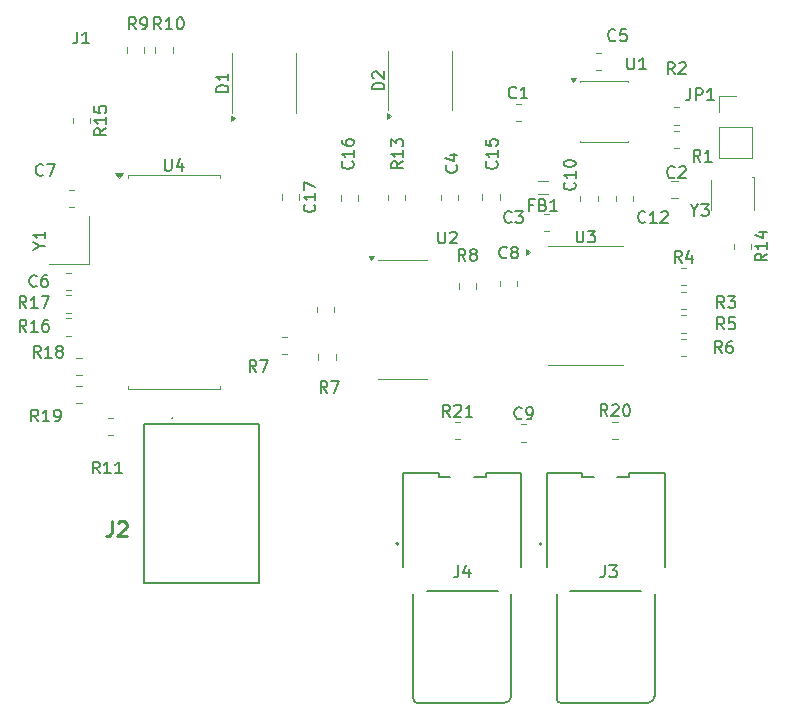
<source format=gbr>
G04 #@! TF.GenerationSoftware,KiCad,Pcbnew,9.0.6*
G04 #@! TF.CreationDate,2026-01-29T07:39:31-08:00*
G04 #@! TF.ProjectId,mutebox_hat_audio_in,6d757465-626f-4785-9f68-61745f617564,rev?*
G04 #@! TF.SameCoordinates,Original*
G04 #@! TF.FileFunction,Legend,Top*
G04 #@! TF.FilePolarity,Positive*
%FSLAX46Y46*%
G04 Gerber Fmt 4.6, Leading zero omitted, Abs format (unit mm)*
G04 Created by KiCad (PCBNEW 9.0.6) date 2026-01-29 07:39:31*
%MOMM*%
%LPD*%
G01*
G04 APERTURE LIST*
%ADD10C,0.150000*%
%ADD11C,0.254000*%
%ADD12C,0.120000*%
%ADD13C,0.127000*%
%ADD14C,0.200000*%
%ADD15C,0.100000*%
G04 APERTURE END LIST*
D10*
X132054819Y-56338094D02*
X131054819Y-56338094D01*
X131054819Y-56338094D02*
X131054819Y-56099999D01*
X131054819Y-56099999D02*
X131102438Y-55957142D01*
X131102438Y-55957142D02*
X131197676Y-55861904D01*
X131197676Y-55861904D02*
X131292914Y-55814285D01*
X131292914Y-55814285D02*
X131483390Y-55766666D01*
X131483390Y-55766666D02*
X131626247Y-55766666D01*
X131626247Y-55766666D02*
X131816723Y-55814285D01*
X131816723Y-55814285D02*
X131911961Y-55861904D01*
X131911961Y-55861904D02*
X132007200Y-55957142D01*
X132007200Y-55957142D02*
X132054819Y-56099999D01*
X132054819Y-56099999D02*
X132054819Y-56338094D01*
X131150057Y-55385713D02*
X131102438Y-55338094D01*
X131102438Y-55338094D02*
X131054819Y-55242856D01*
X131054819Y-55242856D02*
X131054819Y-55004761D01*
X131054819Y-55004761D02*
X131102438Y-54909523D01*
X131102438Y-54909523D02*
X131150057Y-54861904D01*
X131150057Y-54861904D02*
X131245295Y-54814285D01*
X131245295Y-54814285D02*
X131340533Y-54814285D01*
X131340533Y-54814285D02*
X131483390Y-54861904D01*
X131483390Y-54861904D02*
X132054819Y-55433332D01*
X132054819Y-55433332D02*
X132054819Y-54814285D01*
X158833333Y-62454819D02*
X158500000Y-61978628D01*
X158261905Y-62454819D02*
X158261905Y-61454819D01*
X158261905Y-61454819D02*
X158642857Y-61454819D01*
X158642857Y-61454819D02*
X158738095Y-61502438D01*
X158738095Y-61502438D02*
X158785714Y-61550057D01*
X158785714Y-61550057D02*
X158833333Y-61645295D01*
X158833333Y-61645295D02*
X158833333Y-61788152D01*
X158833333Y-61788152D02*
X158785714Y-61883390D01*
X158785714Y-61883390D02*
X158738095Y-61931009D01*
X158738095Y-61931009D02*
X158642857Y-61978628D01*
X158642857Y-61978628D02*
X158261905Y-61978628D01*
X159785714Y-62454819D02*
X159214286Y-62454819D01*
X159500000Y-62454819D02*
X159500000Y-61454819D01*
X159500000Y-61454819D02*
X159404762Y-61597676D01*
X159404762Y-61597676D02*
X159309524Y-61692914D01*
X159309524Y-61692914D02*
X159214286Y-61740533D01*
X144641666Y-66105633D02*
X144308333Y-66105633D01*
X144308333Y-66629443D02*
X144308333Y-65629443D01*
X144308333Y-65629443D02*
X144784523Y-65629443D01*
X145498809Y-66105633D02*
X145641666Y-66153252D01*
X145641666Y-66153252D02*
X145689285Y-66200871D01*
X145689285Y-66200871D02*
X145736904Y-66296109D01*
X145736904Y-66296109D02*
X145736904Y-66438966D01*
X145736904Y-66438966D02*
X145689285Y-66534204D01*
X145689285Y-66534204D02*
X145641666Y-66581824D01*
X145641666Y-66581824D02*
X145546428Y-66629443D01*
X145546428Y-66629443D02*
X145165476Y-66629443D01*
X145165476Y-66629443D02*
X145165476Y-65629443D01*
X145165476Y-65629443D02*
X145498809Y-65629443D01*
X145498809Y-65629443D02*
X145594047Y-65677062D01*
X145594047Y-65677062D02*
X145641666Y-65724681D01*
X145641666Y-65724681D02*
X145689285Y-65819919D01*
X145689285Y-65819919D02*
X145689285Y-65915157D01*
X145689285Y-65915157D02*
X145641666Y-66010395D01*
X145641666Y-66010395D02*
X145594047Y-66058014D01*
X145594047Y-66058014D02*
X145498809Y-66105633D01*
X145498809Y-66105633D02*
X145165476Y-66105633D01*
X146689285Y-66629443D02*
X146117857Y-66629443D01*
X146403571Y-66629443D02*
X146403571Y-65629443D01*
X146403571Y-65629443D02*
X146308333Y-65772300D01*
X146308333Y-65772300D02*
X146213095Y-65867538D01*
X146213095Y-65867538D02*
X146117857Y-65915157D01*
X113488095Y-62229819D02*
X113488095Y-63039342D01*
X113488095Y-63039342D02*
X113535714Y-63134580D01*
X113535714Y-63134580D02*
X113583333Y-63182200D01*
X113583333Y-63182200D02*
X113678571Y-63229819D01*
X113678571Y-63229819D02*
X113869047Y-63229819D01*
X113869047Y-63229819D02*
X113964285Y-63182200D01*
X113964285Y-63182200D02*
X114011904Y-63134580D01*
X114011904Y-63134580D02*
X114059523Y-63039342D01*
X114059523Y-63039342D02*
X114059523Y-62229819D01*
X114964285Y-62563152D02*
X114964285Y-63229819D01*
X114726190Y-62182200D02*
X114488095Y-62896485D01*
X114488095Y-62896485D02*
X115107142Y-62896485D01*
X142833333Y-67559580D02*
X142785714Y-67607200D01*
X142785714Y-67607200D02*
X142642857Y-67654819D01*
X142642857Y-67654819D02*
X142547619Y-67654819D01*
X142547619Y-67654819D02*
X142404762Y-67607200D01*
X142404762Y-67607200D02*
X142309524Y-67511961D01*
X142309524Y-67511961D02*
X142261905Y-67416723D01*
X142261905Y-67416723D02*
X142214286Y-67226247D01*
X142214286Y-67226247D02*
X142214286Y-67083390D01*
X142214286Y-67083390D02*
X142261905Y-66892914D01*
X142261905Y-66892914D02*
X142309524Y-66797676D01*
X142309524Y-66797676D02*
X142404762Y-66702438D01*
X142404762Y-66702438D02*
X142547619Y-66654819D01*
X142547619Y-66654819D02*
X142642857Y-66654819D01*
X142642857Y-66654819D02*
X142785714Y-66702438D01*
X142785714Y-66702438D02*
X142833333Y-66750057D01*
X143166667Y-66654819D02*
X143785714Y-66654819D01*
X143785714Y-66654819D02*
X143452381Y-67035771D01*
X143452381Y-67035771D02*
X143595238Y-67035771D01*
X143595238Y-67035771D02*
X143690476Y-67083390D01*
X143690476Y-67083390D02*
X143738095Y-67131009D01*
X143738095Y-67131009D02*
X143785714Y-67226247D01*
X143785714Y-67226247D02*
X143785714Y-67464342D01*
X143785714Y-67464342D02*
X143738095Y-67559580D01*
X143738095Y-67559580D02*
X143690476Y-67607200D01*
X143690476Y-67607200D02*
X143595238Y-67654819D01*
X143595238Y-67654819D02*
X143309524Y-67654819D01*
X143309524Y-67654819D02*
X143214286Y-67607200D01*
X143214286Y-67607200D02*
X143166667Y-67559580D01*
X154157142Y-67559580D02*
X154109523Y-67607200D01*
X154109523Y-67607200D02*
X153966666Y-67654819D01*
X153966666Y-67654819D02*
X153871428Y-67654819D01*
X153871428Y-67654819D02*
X153728571Y-67607200D01*
X153728571Y-67607200D02*
X153633333Y-67511961D01*
X153633333Y-67511961D02*
X153585714Y-67416723D01*
X153585714Y-67416723D02*
X153538095Y-67226247D01*
X153538095Y-67226247D02*
X153538095Y-67083390D01*
X153538095Y-67083390D02*
X153585714Y-66892914D01*
X153585714Y-66892914D02*
X153633333Y-66797676D01*
X153633333Y-66797676D02*
X153728571Y-66702438D01*
X153728571Y-66702438D02*
X153871428Y-66654819D01*
X153871428Y-66654819D02*
X153966666Y-66654819D01*
X153966666Y-66654819D02*
X154109523Y-66702438D01*
X154109523Y-66702438D02*
X154157142Y-66750057D01*
X155109523Y-67654819D02*
X154538095Y-67654819D01*
X154823809Y-67654819D02*
X154823809Y-66654819D01*
X154823809Y-66654819D02*
X154728571Y-66797676D01*
X154728571Y-66797676D02*
X154633333Y-66892914D01*
X154633333Y-66892914D02*
X154538095Y-66940533D01*
X155490476Y-66750057D02*
X155538095Y-66702438D01*
X155538095Y-66702438D02*
X155633333Y-66654819D01*
X155633333Y-66654819D02*
X155871428Y-66654819D01*
X155871428Y-66654819D02*
X155966666Y-66702438D01*
X155966666Y-66702438D02*
X156014285Y-66750057D01*
X156014285Y-66750057D02*
X156061904Y-66845295D01*
X156061904Y-66845295D02*
X156061904Y-66940533D01*
X156061904Y-66940533D02*
X156014285Y-67083390D01*
X156014285Y-67083390D02*
X155442857Y-67654819D01*
X155442857Y-67654819D02*
X156061904Y-67654819D01*
X133654819Y-62442857D02*
X133178628Y-62776190D01*
X133654819Y-63014285D02*
X132654819Y-63014285D01*
X132654819Y-63014285D02*
X132654819Y-62633333D01*
X132654819Y-62633333D02*
X132702438Y-62538095D01*
X132702438Y-62538095D02*
X132750057Y-62490476D01*
X132750057Y-62490476D02*
X132845295Y-62442857D01*
X132845295Y-62442857D02*
X132988152Y-62442857D01*
X132988152Y-62442857D02*
X133083390Y-62490476D01*
X133083390Y-62490476D02*
X133131009Y-62538095D01*
X133131009Y-62538095D02*
X133178628Y-62633333D01*
X133178628Y-62633333D02*
X133178628Y-63014285D01*
X133654819Y-61490476D02*
X133654819Y-62061904D01*
X133654819Y-61776190D02*
X132654819Y-61776190D01*
X132654819Y-61776190D02*
X132797676Y-61871428D01*
X132797676Y-61871428D02*
X132892914Y-61966666D01*
X132892914Y-61966666D02*
X132940533Y-62061904D01*
X132654819Y-61157142D02*
X132654819Y-60538095D01*
X132654819Y-60538095D02*
X133035771Y-60871428D01*
X133035771Y-60871428D02*
X133035771Y-60728571D01*
X133035771Y-60728571D02*
X133083390Y-60633333D01*
X133083390Y-60633333D02*
X133131009Y-60585714D01*
X133131009Y-60585714D02*
X133226247Y-60538095D01*
X133226247Y-60538095D02*
X133464342Y-60538095D01*
X133464342Y-60538095D02*
X133559580Y-60585714D01*
X133559580Y-60585714D02*
X133607200Y-60633333D01*
X133607200Y-60633333D02*
X133654819Y-60728571D01*
X133654819Y-60728571D02*
X133654819Y-61014285D01*
X133654819Y-61014285D02*
X133607200Y-61109523D01*
X133607200Y-61109523D02*
X133559580Y-61157142D01*
X150726060Y-96650617D02*
X150726060Y-97370488D01*
X150726060Y-97370488D02*
X150678068Y-97514462D01*
X150678068Y-97514462D02*
X150582086Y-97610445D01*
X150582086Y-97610445D02*
X150438111Y-97658436D01*
X150438111Y-97658436D02*
X150342129Y-97658436D01*
X151109991Y-96650617D02*
X151733879Y-96650617D01*
X151733879Y-96650617D02*
X151397939Y-97034548D01*
X151397939Y-97034548D02*
X151541913Y-97034548D01*
X151541913Y-97034548D02*
X151637896Y-97082539D01*
X151637896Y-97082539D02*
X151685887Y-97130531D01*
X151685887Y-97130531D02*
X151733879Y-97226513D01*
X151733879Y-97226513D02*
X151733879Y-97466470D01*
X151733879Y-97466470D02*
X151685887Y-97562453D01*
X151685887Y-97562453D02*
X151637896Y-97610445D01*
X151637896Y-97610445D02*
X151541913Y-97658436D01*
X151541913Y-97658436D02*
X151253965Y-97658436D01*
X151253965Y-97658436D02*
X151157982Y-97610445D01*
X151157982Y-97610445D02*
X151109991Y-97562453D01*
X160833333Y-74854819D02*
X160500000Y-74378628D01*
X160261905Y-74854819D02*
X160261905Y-73854819D01*
X160261905Y-73854819D02*
X160642857Y-73854819D01*
X160642857Y-73854819D02*
X160738095Y-73902438D01*
X160738095Y-73902438D02*
X160785714Y-73950057D01*
X160785714Y-73950057D02*
X160833333Y-74045295D01*
X160833333Y-74045295D02*
X160833333Y-74188152D01*
X160833333Y-74188152D02*
X160785714Y-74283390D01*
X160785714Y-74283390D02*
X160738095Y-74331009D01*
X160738095Y-74331009D02*
X160642857Y-74378628D01*
X160642857Y-74378628D02*
X160261905Y-74378628D01*
X161166667Y-73854819D02*
X161785714Y-73854819D01*
X161785714Y-73854819D02*
X161452381Y-74235771D01*
X161452381Y-74235771D02*
X161595238Y-74235771D01*
X161595238Y-74235771D02*
X161690476Y-74283390D01*
X161690476Y-74283390D02*
X161738095Y-74331009D01*
X161738095Y-74331009D02*
X161785714Y-74426247D01*
X161785714Y-74426247D02*
X161785714Y-74664342D01*
X161785714Y-74664342D02*
X161738095Y-74759580D01*
X161738095Y-74759580D02*
X161690476Y-74807200D01*
X161690476Y-74807200D02*
X161595238Y-74854819D01*
X161595238Y-74854819D02*
X161309524Y-74854819D01*
X161309524Y-74854819D02*
X161214286Y-74807200D01*
X161214286Y-74807200D02*
X161166667Y-74759580D01*
X138326060Y-96650617D02*
X138326060Y-97370488D01*
X138326060Y-97370488D02*
X138278068Y-97514462D01*
X138278068Y-97514462D02*
X138182086Y-97610445D01*
X138182086Y-97610445D02*
X138038111Y-97658436D01*
X138038111Y-97658436D02*
X137942129Y-97658436D01*
X139237896Y-96986557D02*
X139237896Y-97658436D01*
X138997939Y-96602626D02*
X138757982Y-97322496D01*
X138757982Y-97322496D02*
X139381870Y-97322496D01*
X101757142Y-74854819D02*
X101423809Y-74378628D01*
X101185714Y-74854819D02*
X101185714Y-73854819D01*
X101185714Y-73854819D02*
X101566666Y-73854819D01*
X101566666Y-73854819D02*
X101661904Y-73902438D01*
X101661904Y-73902438D02*
X101709523Y-73950057D01*
X101709523Y-73950057D02*
X101757142Y-74045295D01*
X101757142Y-74045295D02*
X101757142Y-74188152D01*
X101757142Y-74188152D02*
X101709523Y-74283390D01*
X101709523Y-74283390D02*
X101661904Y-74331009D01*
X101661904Y-74331009D02*
X101566666Y-74378628D01*
X101566666Y-74378628D02*
X101185714Y-74378628D01*
X102709523Y-74854819D02*
X102138095Y-74854819D01*
X102423809Y-74854819D02*
X102423809Y-73854819D01*
X102423809Y-73854819D02*
X102328571Y-73997676D01*
X102328571Y-73997676D02*
X102233333Y-74092914D01*
X102233333Y-74092914D02*
X102138095Y-74140533D01*
X103042857Y-73854819D02*
X103709523Y-73854819D01*
X103709523Y-73854819D02*
X103280952Y-74854819D01*
X143233333Y-57009580D02*
X143185714Y-57057200D01*
X143185714Y-57057200D02*
X143042857Y-57104819D01*
X143042857Y-57104819D02*
X142947619Y-57104819D01*
X142947619Y-57104819D02*
X142804762Y-57057200D01*
X142804762Y-57057200D02*
X142709524Y-56961961D01*
X142709524Y-56961961D02*
X142661905Y-56866723D01*
X142661905Y-56866723D02*
X142614286Y-56676247D01*
X142614286Y-56676247D02*
X142614286Y-56533390D01*
X142614286Y-56533390D02*
X142661905Y-56342914D01*
X142661905Y-56342914D02*
X142709524Y-56247676D01*
X142709524Y-56247676D02*
X142804762Y-56152438D01*
X142804762Y-56152438D02*
X142947619Y-56104819D01*
X142947619Y-56104819D02*
X143042857Y-56104819D01*
X143042857Y-56104819D02*
X143185714Y-56152438D01*
X143185714Y-56152438D02*
X143233333Y-56200057D01*
X144185714Y-57104819D02*
X143614286Y-57104819D01*
X143900000Y-57104819D02*
X143900000Y-56104819D01*
X143900000Y-56104819D02*
X143804762Y-56247676D01*
X143804762Y-56247676D02*
X143709524Y-56342914D01*
X143709524Y-56342914D02*
X143614286Y-56390533D01*
X141559580Y-62442857D02*
X141607200Y-62490476D01*
X141607200Y-62490476D02*
X141654819Y-62633333D01*
X141654819Y-62633333D02*
X141654819Y-62728571D01*
X141654819Y-62728571D02*
X141607200Y-62871428D01*
X141607200Y-62871428D02*
X141511961Y-62966666D01*
X141511961Y-62966666D02*
X141416723Y-63014285D01*
X141416723Y-63014285D02*
X141226247Y-63061904D01*
X141226247Y-63061904D02*
X141083390Y-63061904D01*
X141083390Y-63061904D02*
X140892914Y-63014285D01*
X140892914Y-63014285D02*
X140797676Y-62966666D01*
X140797676Y-62966666D02*
X140702438Y-62871428D01*
X140702438Y-62871428D02*
X140654819Y-62728571D01*
X140654819Y-62728571D02*
X140654819Y-62633333D01*
X140654819Y-62633333D02*
X140702438Y-62490476D01*
X140702438Y-62490476D02*
X140750057Y-62442857D01*
X141654819Y-61490476D02*
X141654819Y-62061904D01*
X141654819Y-61776190D02*
X140654819Y-61776190D01*
X140654819Y-61776190D02*
X140797676Y-61871428D01*
X140797676Y-61871428D02*
X140892914Y-61966666D01*
X140892914Y-61966666D02*
X140940533Y-62061904D01*
X140654819Y-60585714D02*
X140654819Y-61061904D01*
X140654819Y-61061904D02*
X141131009Y-61109523D01*
X141131009Y-61109523D02*
X141083390Y-61061904D01*
X141083390Y-61061904D02*
X141035771Y-60966666D01*
X141035771Y-60966666D02*
X141035771Y-60728571D01*
X141035771Y-60728571D02*
X141083390Y-60633333D01*
X141083390Y-60633333D02*
X141131009Y-60585714D01*
X141131009Y-60585714D02*
X141226247Y-60538095D01*
X141226247Y-60538095D02*
X141464342Y-60538095D01*
X141464342Y-60538095D02*
X141559580Y-60585714D01*
X141559580Y-60585714D02*
X141607200Y-60633333D01*
X141607200Y-60633333D02*
X141654819Y-60728571D01*
X141654819Y-60728571D02*
X141654819Y-60966666D01*
X141654819Y-60966666D02*
X141607200Y-61061904D01*
X141607200Y-61061904D02*
X141559580Y-61109523D01*
X108504819Y-59642857D02*
X108028628Y-59976190D01*
X108504819Y-60214285D02*
X107504819Y-60214285D01*
X107504819Y-60214285D02*
X107504819Y-59833333D01*
X107504819Y-59833333D02*
X107552438Y-59738095D01*
X107552438Y-59738095D02*
X107600057Y-59690476D01*
X107600057Y-59690476D02*
X107695295Y-59642857D01*
X107695295Y-59642857D02*
X107838152Y-59642857D01*
X107838152Y-59642857D02*
X107933390Y-59690476D01*
X107933390Y-59690476D02*
X107981009Y-59738095D01*
X107981009Y-59738095D02*
X108028628Y-59833333D01*
X108028628Y-59833333D02*
X108028628Y-60214285D01*
X108504819Y-58690476D02*
X108504819Y-59261904D01*
X108504819Y-58976190D02*
X107504819Y-58976190D01*
X107504819Y-58976190D02*
X107647676Y-59071428D01*
X107647676Y-59071428D02*
X107742914Y-59166666D01*
X107742914Y-59166666D02*
X107790533Y-59261904D01*
X107504819Y-57785714D02*
X107504819Y-58261904D01*
X107504819Y-58261904D02*
X107981009Y-58309523D01*
X107981009Y-58309523D02*
X107933390Y-58261904D01*
X107933390Y-58261904D02*
X107885771Y-58166666D01*
X107885771Y-58166666D02*
X107885771Y-57928571D01*
X107885771Y-57928571D02*
X107933390Y-57833333D01*
X107933390Y-57833333D02*
X107981009Y-57785714D01*
X107981009Y-57785714D02*
X108076247Y-57738095D01*
X108076247Y-57738095D02*
X108314342Y-57738095D01*
X108314342Y-57738095D02*
X108409580Y-57785714D01*
X108409580Y-57785714D02*
X108457200Y-57833333D01*
X108457200Y-57833333D02*
X108504819Y-57928571D01*
X108504819Y-57928571D02*
X108504819Y-58166666D01*
X108504819Y-58166666D02*
X108457200Y-58261904D01*
X108457200Y-58261904D02*
X108409580Y-58309523D01*
X137619142Y-84054819D02*
X137285809Y-83578628D01*
X137047714Y-84054819D02*
X137047714Y-83054819D01*
X137047714Y-83054819D02*
X137428666Y-83054819D01*
X137428666Y-83054819D02*
X137523904Y-83102438D01*
X137523904Y-83102438D02*
X137571523Y-83150057D01*
X137571523Y-83150057D02*
X137619142Y-83245295D01*
X137619142Y-83245295D02*
X137619142Y-83388152D01*
X137619142Y-83388152D02*
X137571523Y-83483390D01*
X137571523Y-83483390D02*
X137523904Y-83531009D01*
X137523904Y-83531009D02*
X137428666Y-83578628D01*
X137428666Y-83578628D02*
X137047714Y-83578628D01*
X138000095Y-83150057D02*
X138047714Y-83102438D01*
X138047714Y-83102438D02*
X138142952Y-83054819D01*
X138142952Y-83054819D02*
X138381047Y-83054819D01*
X138381047Y-83054819D02*
X138476285Y-83102438D01*
X138476285Y-83102438D02*
X138523904Y-83150057D01*
X138523904Y-83150057D02*
X138571523Y-83245295D01*
X138571523Y-83245295D02*
X138571523Y-83340533D01*
X138571523Y-83340533D02*
X138523904Y-83483390D01*
X138523904Y-83483390D02*
X137952476Y-84054819D01*
X137952476Y-84054819D02*
X138571523Y-84054819D01*
X139523904Y-84054819D02*
X138952476Y-84054819D01*
X139238190Y-84054819D02*
X139238190Y-83054819D01*
X139238190Y-83054819D02*
X139142952Y-83197676D01*
X139142952Y-83197676D02*
X139047714Y-83292914D01*
X139047714Y-83292914D02*
X138952476Y-83340533D01*
X160633333Y-78654819D02*
X160300000Y-78178628D01*
X160061905Y-78654819D02*
X160061905Y-77654819D01*
X160061905Y-77654819D02*
X160442857Y-77654819D01*
X160442857Y-77654819D02*
X160538095Y-77702438D01*
X160538095Y-77702438D02*
X160585714Y-77750057D01*
X160585714Y-77750057D02*
X160633333Y-77845295D01*
X160633333Y-77845295D02*
X160633333Y-77988152D01*
X160633333Y-77988152D02*
X160585714Y-78083390D01*
X160585714Y-78083390D02*
X160538095Y-78131009D01*
X160538095Y-78131009D02*
X160442857Y-78178628D01*
X160442857Y-78178628D02*
X160061905Y-78178628D01*
X161490476Y-77654819D02*
X161300000Y-77654819D01*
X161300000Y-77654819D02*
X161204762Y-77702438D01*
X161204762Y-77702438D02*
X161157143Y-77750057D01*
X161157143Y-77750057D02*
X161061905Y-77892914D01*
X161061905Y-77892914D02*
X161014286Y-78083390D01*
X161014286Y-78083390D02*
X161014286Y-78464342D01*
X161014286Y-78464342D02*
X161061905Y-78559580D01*
X161061905Y-78559580D02*
X161109524Y-78607200D01*
X161109524Y-78607200D02*
X161204762Y-78654819D01*
X161204762Y-78654819D02*
X161395238Y-78654819D01*
X161395238Y-78654819D02*
X161490476Y-78607200D01*
X161490476Y-78607200D02*
X161538095Y-78559580D01*
X161538095Y-78559580D02*
X161585714Y-78464342D01*
X161585714Y-78464342D02*
X161585714Y-78226247D01*
X161585714Y-78226247D02*
X161538095Y-78131009D01*
X161538095Y-78131009D02*
X161490476Y-78083390D01*
X161490476Y-78083390D02*
X161395238Y-78035771D01*
X161395238Y-78035771D02*
X161204762Y-78035771D01*
X161204762Y-78035771D02*
X161109524Y-78083390D01*
X161109524Y-78083390D02*
X161061905Y-78131009D01*
X161061905Y-78131009D02*
X161014286Y-78226247D01*
X138933333Y-70854819D02*
X138600000Y-70378628D01*
X138361905Y-70854819D02*
X138361905Y-69854819D01*
X138361905Y-69854819D02*
X138742857Y-69854819D01*
X138742857Y-69854819D02*
X138838095Y-69902438D01*
X138838095Y-69902438D02*
X138885714Y-69950057D01*
X138885714Y-69950057D02*
X138933333Y-70045295D01*
X138933333Y-70045295D02*
X138933333Y-70188152D01*
X138933333Y-70188152D02*
X138885714Y-70283390D01*
X138885714Y-70283390D02*
X138838095Y-70331009D01*
X138838095Y-70331009D02*
X138742857Y-70378628D01*
X138742857Y-70378628D02*
X138361905Y-70378628D01*
X139504762Y-70283390D02*
X139409524Y-70235771D01*
X139409524Y-70235771D02*
X139361905Y-70188152D01*
X139361905Y-70188152D02*
X139314286Y-70092914D01*
X139314286Y-70092914D02*
X139314286Y-70045295D01*
X139314286Y-70045295D02*
X139361905Y-69950057D01*
X139361905Y-69950057D02*
X139409524Y-69902438D01*
X139409524Y-69902438D02*
X139504762Y-69854819D01*
X139504762Y-69854819D02*
X139695238Y-69854819D01*
X139695238Y-69854819D02*
X139790476Y-69902438D01*
X139790476Y-69902438D02*
X139838095Y-69950057D01*
X139838095Y-69950057D02*
X139885714Y-70045295D01*
X139885714Y-70045295D02*
X139885714Y-70092914D01*
X139885714Y-70092914D02*
X139838095Y-70188152D01*
X139838095Y-70188152D02*
X139790476Y-70235771D01*
X139790476Y-70235771D02*
X139695238Y-70283390D01*
X139695238Y-70283390D02*
X139504762Y-70283390D01*
X139504762Y-70283390D02*
X139409524Y-70331009D01*
X139409524Y-70331009D02*
X139361905Y-70378628D01*
X139361905Y-70378628D02*
X139314286Y-70473866D01*
X139314286Y-70473866D02*
X139314286Y-70664342D01*
X139314286Y-70664342D02*
X139361905Y-70759580D01*
X139361905Y-70759580D02*
X139409524Y-70807200D01*
X139409524Y-70807200D02*
X139504762Y-70854819D01*
X139504762Y-70854819D02*
X139695238Y-70854819D01*
X139695238Y-70854819D02*
X139790476Y-70807200D01*
X139790476Y-70807200D02*
X139838095Y-70759580D01*
X139838095Y-70759580D02*
X139885714Y-70664342D01*
X139885714Y-70664342D02*
X139885714Y-70473866D01*
X139885714Y-70473866D02*
X139838095Y-70378628D01*
X139838095Y-70378628D02*
X139790476Y-70331009D01*
X139790476Y-70331009D02*
X139695238Y-70283390D01*
X143695333Y-84159580D02*
X143647714Y-84207200D01*
X143647714Y-84207200D02*
X143504857Y-84254819D01*
X143504857Y-84254819D02*
X143409619Y-84254819D01*
X143409619Y-84254819D02*
X143266762Y-84207200D01*
X143266762Y-84207200D02*
X143171524Y-84111961D01*
X143171524Y-84111961D02*
X143123905Y-84016723D01*
X143123905Y-84016723D02*
X143076286Y-83826247D01*
X143076286Y-83826247D02*
X143076286Y-83683390D01*
X143076286Y-83683390D02*
X143123905Y-83492914D01*
X143123905Y-83492914D02*
X143171524Y-83397676D01*
X143171524Y-83397676D02*
X143266762Y-83302438D01*
X143266762Y-83302438D02*
X143409619Y-83254819D01*
X143409619Y-83254819D02*
X143504857Y-83254819D01*
X143504857Y-83254819D02*
X143647714Y-83302438D01*
X143647714Y-83302438D02*
X143695333Y-83350057D01*
X144171524Y-84254819D02*
X144362000Y-84254819D01*
X144362000Y-84254819D02*
X144457238Y-84207200D01*
X144457238Y-84207200D02*
X144504857Y-84159580D01*
X144504857Y-84159580D02*
X144600095Y-84016723D01*
X144600095Y-84016723D02*
X144647714Y-83826247D01*
X144647714Y-83826247D02*
X144647714Y-83445295D01*
X144647714Y-83445295D02*
X144600095Y-83350057D01*
X144600095Y-83350057D02*
X144552476Y-83302438D01*
X144552476Y-83302438D02*
X144457238Y-83254819D01*
X144457238Y-83254819D02*
X144266762Y-83254819D01*
X144266762Y-83254819D02*
X144171524Y-83302438D01*
X144171524Y-83302438D02*
X144123905Y-83350057D01*
X144123905Y-83350057D02*
X144076286Y-83445295D01*
X144076286Y-83445295D02*
X144076286Y-83683390D01*
X144076286Y-83683390D02*
X144123905Y-83778628D01*
X144123905Y-83778628D02*
X144171524Y-83826247D01*
X144171524Y-83826247D02*
X144266762Y-83873866D01*
X144266762Y-83873866D02*
X144457238Y-83873866D01*
X144457238Y-83873866D02*
X144552476Y-83826247D01*
X144552476Y-83826247D02*
X144600095Y-83778628D01*
X144600095Y-83778628D02*
X144647714Y-83683390D01*
X127233333Y-82054819D02*
X126900000Y-81578628D01*
X126661905Y-82054819D02*
X126661905Y-81054819D01*
X126661905Y-81054819D02*
X127042857Y-81054819D01*
X127042857Y-81054819D02*
X127138095Y-81102438D01*
X127138095Y-81102438D02*
X127185714Y-81150057D01*
X127185714Y-81150057D02*
X127233333Y-81245295D01*
X127233333Y-81245295D02*
X127233333Y-81388152D01*
X127233333Y-81388152D02*
X127185714Y-81483390D01*
X127185714Y-81483390D02*
X127138095Y-81531009D01*
X127138095Y-81531009D02*
X127042857Y-81578628D01*
X127042857Y-81578628D02*
X126661905Y-81578628D01*
X127566667Y-81054819D02*
X128233333Y-81054819D01*
X128233333Y-81054819D02*
X127804762Y-82054819D01*
X158323809Y-66578628D02*
X158323809Y-67054819D01*
X157990476Y-66054819D02*
X158323809Y-66578628D01*
X158323809Y-66578628D02*
X158657142Y-66054819D01*
X158895238Y-66054819D02*
X159514285Y-66054819D01*
X159514285Y-66054819D02*
X159180952Y-66435771D01*
X159180952Y-66435771D02*
X159323809Y-66435771D01*
X159323809Y-66435771D02*
X159419047Y-66483390D01*
X159419047Y-66483390D02*
X159466666Y-66531009D01*
X159466666Y-66531009D02*
X159514285Y-66626247D01*
X159514285Y-66626247D02*
X159514285Y-66864342D01*
X159514285Y-66864342D02*
X159466666Y-66959580D01*
X159466666Y-66959580D02*
X159419047Y-67007200D01*
X159419047Y-67007200D02*
X159323809Y-67054819D01*
X159323809Y-67054819D02*
X159038095Y-67054819D01*
X159038095Y-67054819D02*
X158942857Y-67007200D01*
X158942857Y-67007200D02*
X158895238Y-66959580D01*
X152638095Y-53654819D02*
X152638095Y-54464342D01*
X152638095Y-54464342D02*
X152685714Y-54559580D01*
X152685714Y-54559580D02*
X152733333Y-54607200D01*
X152733333Y-54607200D02*
X152828571Y-54654819D01*
X152828571Y-54654819D02*
X153019047Y-54654819D01*
X153019047Y-54654819D02*
X153114285Y-54607200D01*
X153114285Y-54607200D02*
X153161904Y-54559580D01*
X153161904Y-54559580D02*
X153209523Y-54464342D01*
X153209523Y-54464342D02*
X153209523Y-53654819D01*
X154209523Y-54654819D02*
X153638095Y-54654819D01*
X153923809Y-54654819D02*
X153923809Y-53654819D01*
X153923809Y-53654819D02*
X153828571Y-53797676D01*
X153828571Y-53797676D02*
X153733333Y-53892914D01*
X153733333Y-53892914D02*
X153638095Y-53940533D01*
X157966666Y-56254819D02*
X157966666Y-56969104D01*
X157966666Y-56969104D02*
X157919047Y-57111961D01*
X157919047Y-57111961D02*
X157823809Y-57207200D01*
X157823809Y-57207200D02*
X157680952Y-57254819D01*
X157680952Y-57254819D02*
X157585714Y-57254819D01*
X158442857Y-57254819D02*
X158442857Y-56254819D01*
X158442857Y-56254819D02*
X158823809Y-56254819D01*
X158823809Y-56254819D02*
X158919047Y-56302438D01*
X158919047Y-56302438D02*
X158966666Y-56350057D01*
X158966666Y-56350057D02*
X159014285Y-56445295D01*
X159014285Y-56445295D02*
X159014285Y-56588152D01*
X159014285Y-56588152D02*
X158966666Y-56683390D01*
X158966666Y-56683390D02*
X158919047Y-56731009D01*
X158919047Y-56731009D02*
X158823809Y-56778628D01*
X158823809Y-56778628D02*
X158442857Y-56778628D01*
X159966666Y-57254819D02*
X159395238Y-57254819D01*
X159680952Y-57254819D02*
X159680952Y-56254819D01*
X159680952Y-56254819D02*
X159585714Y-56397676D01*
X159585714Y-56397676D02*
X159490476Y-56492914D01*
X159490476Y-56492914D02*
X159395238Y-56540533D01*
X102633333Y-72959580D02*
X102585714Y-73007200D01*
X102585714Y-73007200D02*
X102442857Y-73054819D01*
X102442857Y-73054819D02*
X102347619Y-73054819D01*
X102347619Y-73054819D02*
X102204762Y-73007200D01*
X102204762Y-73007200D02*
X102109524Y-72911961D01*
X102109524Y-72911961D02*
X102061905Y-72816723D01*
X102061905Y-72816723D02*
X102014286Y-72626247D01*
X102014286Y-72626247D02*
X102014286Y-72483390D01*
X102014286Y-72483390D02*
X102061905Y-72292914D01*
X102061905Y-72292914D02*
X102109524Y-72197676D01*
X102109524Y-72197676D02*
X102204762Y-72102438D01*
X102204762Y-72102438D02*
X102347619Y-72054819D01*
X102347619Y-72054819D02*
X102442857Y-72054819D01*
X102442857Y-72054819D02*
X102585714Y-72102438D01*
X102585714Y-72102438D02*
X102633333Y-72150057D01*
X103490476Y-72054819D02*
X103300000Y-72054819D01*
X103300000Y-72054819D02*
X103204762Y-72102438D01*
X103204762Y-72102438D02*
X103157143Y-72150057D01*
X103157143Y-72150057D02*
X103061905Y-72292914D01*
X103061905Y-72292914D02*
X103014286Y-72483390D01*
X103014286Y-72483390D02*
X103014286Y-72864342D01*
X103014286Y-72864342D02*
X103061905Y-72959580D01*
X103061905Y-72959580D02*
X103109524Y-73007200D01*
X103109524Y-73007200D02*
X103204762Y-73054819D01*
X103204762Y-73054819D02*
X103395238Y-73054819D01*
X103395238Y-73054819D02*
X103490476Y-73007200D01*
X103490476Y-73007200D02*
X103538095Y-72959580D01*
X103538095Y-72959580D02*
X103585714Y-72864342D01*
X103585714Y-72864342D02*
X103585714Y-72626247D01*
X103585714Y-72626247D02*
X103538095Y-72531009D01*
X103538095Y-72531009D02*
X103490476Y-72483390D01*
X103490476Y-72483390D02*
X103395238Y-72435771D01*
X103395238Y-72435771D02*
X103204762Y-72435771D01*
X103204762Y-72435771D02*
X103109524Y-72483390D01*
X103109524Y-72483390D02*
X103061905Y-72531009D01*
X103061905Y-72531009D02*
X103014286Y-72626247D01*
X103183333Y-63559580D02*
X103135714Y-63607200D01*
X103135714Y-63607200D02*
X102992857Y-63654819D01*
X102992857Y-63654819D02*
X102897619Y-63654819D01*
X102897619Y-63654819D02*
X102754762Y-63607200D01*
X102754762Y-63607200D02*
X102659524Y-63511961D01*
X102659524Y-63511961D02*
X102611905Y-63416723D01*
X102611905Y-63416723D02*
X102564286Y-63226247D01*
X102564286Y-63226247D02*
X102564286Y-63083390D01*
X102564286Y-63083390D02*
X102611905Y-62892914D01*
X102611905Y-62892914D02*
X102659524Y-62797676D01*
X102659524Y-62797676D02*
X102754762Y-62702438D01*
X102754762Y-62702438D02*
X102897619Y-62654819D01*
X102897619Y-62654819D02*
X102992857Y-62654819D01*
X102992857Y-62654819D02*
X103135714Y-62702438D01*
X103135714Y-62702438D02*
X103183333Y-62750057D01*
X103516667Y-62654819D02*
X104183333Y-62654819D01*
X104183333Y-62654819D02*
X103754762Y-63654819D01*
X111033333Y-51254819D02*
X110700000Y-50778628D01*
X110461905Y-51254819D02*
X110461905Y-50254819D01*
X110461905Y-50254819D02*
X110842857Y-50254819D01*
X110842857Y-50254819D02*
X110938095Y-50302438D01*
X110938095Y-50302438D02*
X110985714Y-50350057D01*
X110985714Y-50350057D02*
X111033333Y-50445295D01*
X111033333Y-50445295D02*
X111033333Y-50588152D01*
X111033333Y-50588152D02*
X110985714Y-50683390D01*
X110985714Y-50683390D02*
X110938095Y-50731009D01*
X110938095Y-50731009D02*
X110842857Y-50778628D01*
X110842857Y-50778628D02*
X110461905Y-50778628D01*
X111509524Y-51254819D02*
X111700000Y-51254819D01*
X111700000Y-51254819D02*
X111795238Y-51207200D01*
X111795238Y-51207200D02*
X111842857Y-51159580D01*
X111842857Y-51159580D02*
X111938095Y-51016723D01*
X111938095Y-51016723D02*
X111985714Y-50826247D01*
X111985714Y-50826247D02*
X111985714Y-50445295D01*
X111985714Y-50445295D02*
X111938095Y-50350057D01*
X111938095Y-50350057D02*
X111890476Y-50302438D01*
X111890476Y-50302438D02*
X111795238Y-50254819D01*
X111795238Y-50254819D02*
X111604762Y-50254819D01*
X111604762Y-50254819D02*
X111509524Y-50302438D01*
X111509524Y-50302438D02*
X111461905Y-50350057D01*
X111461905Y-50350057D02*
X111414286Y-50445295D01*
X111414286Y-50445295D02*
X111414286Y-50683390D01*
X111414286Y-50683390D02*
X111461905Y-50778628D01*
X111461905Y-50778628D02*
X111509524Y-50826247D01*
X111509524Y-50826247D02*
X111604762Y-50873866D01*
X111604762Y-50873866D02*
X111795238Y-50873866D01*
X111795238Y-50873866D02*
X111890476Y-50826247D01*
X111890476Y-50826247D02*
X111938095Y-50778628D01*
X111938095Y-50778628D02*
X111985714Y-50683390D01*
X102757142Y-84454819D02*
X102423809Y-83978628D01*
X102185714Y-84454819D02*
X102185714Y-83454819D01*
X102185714Y-83454819D02*
X102566666Y-83454819D01*
X102566666Y-83454819D02*
X102661904Y-83502438D01*
X102661904Y-83502438D02*
X102709523Y-83550057D01*
X102709523Y-83550057D02*
X102757142Y-83645295D01*
X102757142Y-83645295D02*
X102757142Y-83788152D01*
X102757142Y-83788152D02*
X102709523Y-83883390D01*
X102709523Y-83883390D02*
X102661904Y-83931009D01*
X102661904Y-83931009D02*
X102566666Y-83978628D01*
X102566666Y-83978628D02*
X102185714Y-83978628D01*
X103709523Y-84454819D02*
X103138095Y-84454819D01*
X103423809Y-84454819D02*
X103423809Y-83454819D01*
X103423809Y-83454819D02*
X103328571Y-83597676D01*
X103328571Y-83597676D02*
X103233333Y-83692914D01*
X103233333Y-83692914D02*
X103138095Y-83740533D01*
X104185714Y-84454819D02*
X104376190Y-84454819D01*
X104376190Y-84454819D02*
X104471428Y-84407200D01*
X104471428Y-84407200D02*
X104519047Y-84359580D01*
X104519047Y-84359580D02*
X104614285Y-84216723D01*
X104614285Y-84216723D02*
X104661904Y-84026247D01*
X104661904Y-84026247D02*
X104661904Y-83645295D01*
X104661904Y-83645295D02*
X104614285Y-83550057D01*
X104614285Y-83550057D02*
X104566666Y-83502438D01*
X104566666Y-83502438D02*
X104471428Y-83454819D01*
X104471428Y-83454819D02*
X104280952Y-83454819D01*
X104280952Y-83454819D02*
X104185714Y-83502438D01*
X104185714Y-83502438D02*
X104138095Y-83550057D01*
X104138095Y-83550057D02*
X104090476Y-83645295D01*
X104090476Y-83645295D02*
X104090476Y-83883390D01*
X104090476Y-83883390D02*
X104138095Y-83978628D01*
X104138095Y-83978628D02*
X104185714Y-84026247D01*
X104185714Y-84026247D02*
X104280952Y-84073866D01*
X104280952Y-84073866D02*
X104471428Y-84073866D01*
X104471428Y-84073866D02*
X104566666Y-84026247D01*
X104566666Y-84026247D02*
X104614285Y-83978628D01*
X104614285Y-83978628D02*
X104661904Y-83883390D01*
X160833333Y-76654819D02*
X160500000Y-76178628D01*
X160261905Y-76654819D02*
X160261905Y-75654819D01*
X160261905Y-75654819D02*
X160642857Y-75654819D01*
X160642857Y-75654819D02*
X160738095Y-75702438D01*
X160738095Y-75702438D02*
X160785714Y-75750057D01*
X160785714Y-75750057D02*
X160833333Y-75845295D01*
X160833333Y-75845295D02*
X160833333Y-75988152D01*
X160833333Y-75988152D02*
X160785714Y-76083390D01*
X160785714Y-76083390D02*
X160738095Y-76131009D01*
X160738095Y-76131009D02*
X160642857Y-76178628D01*
X160642857Y-76178628D02*
X160261905Y-76178628D01*
X161738095Y-75654819D02*
X161261905Y-75654819D01*
X161261905Y-75654819D02*
X161214286Y-76131009D01*
X161214286Y-76131009D02*
X161261905Y-76083390D01*
X161261905Y-76083390D02*
X161357143Y-76035771D01*
X161357143Y-76035771D02*
X161595238Y-76035771D01*
X161595238Y-76035771D02*
X161690476Y-76083390D01*
X161690476Y-76083390D02*
X161738095Y-76131009D01*
X161738095Y-76131009D02*
X161785714Y-76226247D01*
X161785714Y-76226247D02*
X161785714Y-76464342D01*
X161785714Y-76464342D02*
X161738095Y-76559580D01*
X161738095Y-76559580D02*
X161690476Y-76607200D01*
X161690476Y-76607200D02*
X161595238Y-76654819D01*
X161595238Y-76654819D02*
X161357143Y-76654819D01*
X161357143Y-76654819D02*
X161261905Y-76607200D01*
X161261905Y-76607200D02*
X161214286Y-76559580D01*
X148159580Y-64242857D02*
X148207200Y-64290476D01*
X148207200Y-64290476D02*
X148254819Y-64433333D01*
X148254819Y-64433333D02*
X148254819Y-64528571D01*
X148254819Y-64528571D02*
X148207200Y-64671428D01*
X148207200Y-64671428D02*
X148111961Y-64766666D01*
X148111961Y-64766666D02*
X148016723Y-64814285D01*
X148016723Y-64814285D02*
X147826247Y-64861904D01*
X147826247Y-64861904D02*
X147683390Y-64861904D01*
X147683390Y-64861904D02*
X147492914Y-64814285D01*
X147492914Y-64814285D02*
X147397676Y-64766666D01*
X147397676Y-64766666D02*
X147302438Y-64671428D01*
X147302438Y-64671428D02*
X147254819Y-64528571D01*
X147254819Y-64528571D02*
X147254819Y-64433333D01*
X147254819Y-64433333D02*
X147302438Y-64290476D01*
X147302438Y-64290476D02*
X147350057Y-64242857D01*
X148254819Y-63290476D02*
X148254819Y-63861904D01*
X148254819Y-63576190D02*
X147254819Y-63576190D01*
X147254819Y-63576190D02*
X147397676Y-63671428D01*
X147397676Y-63671428D02*
X147492914Y-63766666D01*
X147492914Y-63766666D02*
X147540533Y-63861904D01*
X147254819Y-62671428D02*
X147254819Y-62576190D01*
X147254819Y-62576190D02*
X147302438Y-62480952D01*
X147302438Y-62480952D02*
X147350057Y-62433333D01*
X147350057Y-62433333D02*
X147445295Y-62385714D01*
X147445295Y-62385714D02*
X147635771Y-62338095D01*
X147635771Y-62338095D02*
X147873866Y-62338095D01*
X147873866Y-62338095D02*
X148064342Y-62385714D01*
X148064342Y-62385714D02*
X148159580Y-62433333D01*
X148159580Y-62433333D02*
X148207200Y-62480952D01*
X148207200Y-62480952D02*
X148254819Y-62576190D01*
X148254819Y-62576190D02*
X148254819Y-62671428D01*
X148254819Y-62671428D02*
X148207200Y-62766666D01*
X148207200Y-62766666D02*
X148159580Y-62814285D01*
X148159580Y-62814285D02*
X148064342Y-62861904D01*
X148064342Y-62861904D02*
X147873866Y-62909523D01*
X147873866Y-62909523D02*
X147635771Y-62909523D01*
X147635771Y-62909523D02*
X147445295Y-62861904D01*
X147445295Y-62861904D02*
X147350057Y-62814285D01*
X147350057Y-62814285D02*
X147302438Y-62766666D01*
X147302438Y-62766666D02*
X147254819Y-62671428D01*
X118854819Y-56538094D02*
X117854819Y-56538094D01*
X117854819Y-56538094D02*
X117854819Y-56299999D01*
X117854819Y-56299999D02*
X117902438Y-56157142D01*
X117902438Y-56157142D02*
X117997676Y-56061904D01*
X117997676Y-56061904D02*
X118092914Y-56014285D01*
X118092914Y-56014285D02*
X118283390Y-55966666D01*
X118283390Y-55966666D02*
X118426247Y-55966666D01*
X118426247Y-55966666D02*
X118616723Y-56014285D01*
X118616723Y-56014285D02*
X118711961Y-56061904D01*
X118711961Y-56061904D02*
X118807200Y-56157142D01*
X118807200Y-56157142D02*
X118854819Y-56299999D01*
X118854819Y-56299999D02*
X118854819Y-56538094D01*
X118854819Y-55014285D02*
X118854819Y-55585713D01*
X118854819Y-55299999D02*
X117854819Y-55299999D01*
X117854819Y-55299999D02*
X117997676Y-55395237D01*
X117997676Y-55395237D02*
X118092914Y-55490475D01*
X118092914Y-55490475D02*
X118140533Y-55585713D01*
X150957142Y-84004819D02*
X150623809Y-83528628D01*
X150385714Y-84004819D02*
X150385714Y-83004819D01*
X150385714Y-83004819D02*
X150766666Y-83004819D01*
X150766666Y-83004819D02*
X150861904Y-83052438D01*
X150861904Y-83052438D02*
X150909523Y-83100057D01*
X150909523Y-83100057D02*
X150957142Y-83195295D01*
X150957142Y-83195295D02*
X150957142Y-83338152D01*
X150957142Y-83338152D02*
X150909523Y-83433390D01*
X150909523Y-83433390D02*
X150861904Y-83481009D01*
X150861904Y-83481009D02*
X150766666Y-83528628D01*
X150766666Y-83528628D02*
X150385714Y-83528628D01*
X151338095Y-83100057D02*
X151385714Y-83052438D01*
X151385714Y-83052438D02*
X151480952Y-83004819D01*
X151480952Y-83004819D02*
X151719047Y-83004819D01*
X151719047Y-83004819D02*
X151814285Y-83052438D01*
X151814285Y-83052438D02*
X151861904Y-83100057D01*
X151861904Y-83100057D02*
X151909523Y-83195295D01*
X151909523Y-83195295D02*
X151909523Y-83290533D01*
X151909523Y-83290533D02*
X151861904Y-83433390D01*
X151861904Y-83433390D02*
X151290476Y-84004819D01*
X151290476Y-84004819D02*
X151909523Y-84004819D01*
X152528571Y-83004819D02*
X152623809Y-83004819D01*
X152623809Y-83004819D02*
X152719047Y-83052438D01*
X152719047Y-83052438D02*
X152766666Y-83100057D01*
X152766666Y-83100057D02*
X152814285Y-83195295D01*
X152814285Y-83195295D02*
X152861904Y-83385771D01*
X152861904Y-83385771D02*
X152861904Y-83623866D01*
X152861904Y-83623866D02*
X152814285Y-83814342D01*
X152814285Y-83814342D02*
X152766666Y-83909580D01*
X152766666Y-83909580D02*
X152719047Y-83957200D01*
X152719047Y-83957200D02*
X152623809Y-84004819D01*
X152623809Y-84004819D02*
X152528571Y-84004819D01*
X152528571Y-84004819D02*
X152433333Y-83957200D01*
X152433333Y-83957200D02*
X152385714Y-83909580D01*
X152385714Y-83909580D02*
X152338095Y-83814342D01*
X152338095Y-83814342D02*
X152290476Y-83623866D01*
X152290476Y-83623866D02*
X152290476Y-83385771D01*
X152290476Y-83385771D02*
X152338095Y-83195295D01*
X152338095Y-83195295D02*
X152385714Y-83100057D01*
X152385714Y-83100057D02*
X152433333Y-83052438D01*
X152433333Y-83052438D02*
X152528571Y-83004819D01*
X102878628Y-69576190D02*
X103354819Y-69576190D01*
X102354819Y-69909523D02*
X102878628Y-69576190D01*
X102878628Y-69576190D02*
X102354819Y-69242857D01*
X103354819Y-68385714D02*
X103354819Y-68957142D01*
X103354819Y-68671428D02*
X102354819Y-68671428D01*
X102354819Y-68671428D02*
X102497676Y-68766666D01*
X102497676Y-68766666D02*
X102592914Y-68861904D01*
X102592914Y-68861904D02*
X102640533Y-68957142D01*
X151633333Y-52159580D02*
X151585714Y-52207200D01*
X151585714Y-52207200D02*
X151442857Y-52254819D01*
X151442857Y-52254819D02*
X151347619Y-52254819D01*
X151347619Y-52254819D02*
X151204762Y-52207200D01*
X151204762Y-52207200D02*
X151109524Y-52111961D01*
X151109524Y-52111961D02*
X151061905Y-52016723D01*
X151061905Y-52016723D02*
X151014286Y-51826247D01*
X151014286Y-51826247D02*
X151014286Y-51683390D01*
X151014286Y-51683390D02*
X151061905Y-51492914D01*
X151061905Y-51492914D02*
X151109524Y-51397676D01*
X151109524Y-51397676D02*
X151204762Y-51302438D01*
X151204762Y-51302438D02*
X151347619Y-51254819D01*
X151347619Y-51254819D02*
X151442857Y-51254819D01*
X151442857Y-51254819D02*
X151585714Y-51302438D01*
X151585714Y-51302438D02*
X151633333Y-51350057D01*
X152538095Y-51254819D02*
X152061905Y-51254819D01*
X152061905Y-51254819D02*
X152014286Y-51731009D01*
X152014286Y-51731009D02*
X152061905Y-51683390D01*
X152061905Y-51683390D02*
X152157143Y-51635771D01*
X152157143Y-51635771D02*
X152395238Y-51635771D01*
X152395238Y-51635771D02*
X152490476Y-51683390D01*
X152490476Y-51683390D02*
X152538095Y-51731009D01*
X152538095Y-51731009D02*
X152585714Y-51826247D01*
X152585714Y-51826247D02*
X152585714Y-52064342D01*
X152585714Y-52064342D02*
X152538095Y-52159580D01*
X152538095Y-52159580D02*
X152490476Y-52207200D01*
X152490476Y-52207200D02*
X152395238Y-52254819D01*
X152395238Y-52254819D02*
X152157143Y-52254819D01*
X152157143Y-52254819D02*
X152061905Y-52207200D01*
X152061905Y-52207200D02*
X152014286Y-52159580D01*
X102957142Y-79054819D02*
X102623809Y-78578628D01*
X102385714Y-79054819D02*
X102385714Y-78054819D01*
X102385714Y-78054819D02*
X102766666Y-78054819D01*
X102766666Y-78054819D02*
X102861904Y-78102438D01*
X102861904Y-78102438D02*
X102909523Y-78150057D01*
X102909523Y-78150057D02*
X102957142Y-78245295D01*
X102957142Y-78245295D02*
X102957142Y-78388152D01*
X102957142Y-78388152D02*
X102909523Y-78483390D01*
X102909523Y-78483390D02*
X102861904Y-78531009D01*
X102861904Y-78531009D02*
X102766666Y-78578628D01*
X102766666Y-78578628D02*
X102385714Y-78578628D01*
X103909523Y-79054819D02*
X103338095Y-79054819D01*
X103623809Y-79054819D02*
X103623809Y-78054819D01*
X103623809Y-78054819D02*
X103528571Y-78197676D01*
X103528571Y-78197676D02*
X103433333Y-78292914D01*
X103433333Y-78292914D02*
X103338095Y-78340533D01*
X104480952Y-78483390D02*
X104385714Y-78435771D01*
X104385714Y-78435771D02*
X104338095Y-78388152D01*
X104338095Y-78388152D02*
X104290476Y-78292914D01*
X104290476Y-78292914D02*
X104290476Y-78245295D01*
X104290476Y-78245295D02*
X104338095Y-78150057D01*
X104338095Y-78150057D02*
X104385714Y-78102438D01*
X104385714Y-78102438D02*
X104480952Y-78054819D01*
X104480952Y-78054819D02*
X104671428Y-78054819D01*
X104671428Y-78054819D02*
X104766666Y-78102438D01*
X104766666Y-78102438D02*
X104814285Y-78150057D01*
X104814285Y-78150057D02*
X104861904Y-78245295D01*
X104861904Y-78245295D02*
X104861904Y-78292914D01*
X104861904Y-78292914D02*
X104814285Y-78388152D01*
X104814285Y-78388152D02*
X104766666Y-78435771D01*
X104766666Y-78435771D02*
X104671428Y-78483390D01*
X104671428Y-78483390D02*
X104480952Y-78483390D01*
X104480952Y-78483390D02*
X104385714Y-78531009D01*
X104385714Y-78531009D02*
X104338095Y-78578628D01*
X104338095Y-78578628D02*
X104290476Y-78673866D01*
X104290476Y-78673866D02*
X104290476Y-78864342D01*
X104290476Y-78864342D02*
X104338095Y-78959580D01*
X104338095Y-78959580D02*
X104385714Y-79007200D01*
X104385714Y-79007200D02*
X104480952Y-79054819D01*
X104480952Y-79054819D02*
X104671428Y-79054819D01*
X104671428Y-79054819D02*
X104766666Y-79007200D01*
X104766666Y-79007200D02*
X104814285Y-78959580D01*
X104814285Y-78959580D02*
X104861904Y-78864342D01*
X104861904Y-78864342D02*
X104861904Y-78673866D01*
X104861904Y-78673866D02*
X104814285Y-78578628D01*
X104814285Y-78578628D02*
X104766666Y-78531009D01*
X104766666Y-78531009D02*
X104671428Y-78483390D01*
X101757142Y-76854819D02*
X101423809Y-76378628D01*
X101185714Y-76854819D02*
X101185714Y-75854819D01*
X101185714Y-75854819D02*
X101566666Y-75854819D01*
X101566666Y-75854819D02*
X101661904Y-75902438D01*
X101661904Y-75902438D02*
X101709523Y-75950057D01*
X101709523Y-75950057D02*
X101757142Y-76045295D01*
X101757142Y-76045295D02*
X101757142Y-76188152D01*
X101757142Y-76188152D02*
X101709523Y-76283390D01*
X101709523Y-76283390D02*
X101661904Y-76331009D01*
X101661904Y-76331009D02*
X101566666Y-76378628D01*
X101566666Y-76378628D02*
X101185714Y-76378628D01*
X102709523Y-76854819D02*
X102138095Y-76854819D01*
X102423809Y-76854819D02*
X102423809Y-75854819D01*
X102423809Y-75854819D02*
X102328571Y-75997676D01*
X102328571Y-75997676D02*
X102233333Y-76092914D01*
X102233333Y-76092914D02*
X102138095Y-76140533D01*
X103566666Y-75854819D02*
X103376190Y-75854819D01*
X103376190Y-75854819D02*
X103280952Y-75902438D01*
X103280952Y-75902438D02*
X103233333Y-75950057D01*
X103233333Y-75950057D02*
X103138095Y-76092914D01*
X103138095Y-76092914D02*
X103090476Y-76283390D01*
X103090476Y-76283390D02*
X103090476Y-76664342D01*
X103090476Y-76664342D02*
X103138095Y-76759580D01*
X103138095Y-76759580D02*
X103185714Y-76807200D01*
X103185714Y-76807200D02*
X103280952Y-76854819D01*
X103280952Y-76854819D02*
X103471428Y-76854819D01*
X103471428Y-76854819D02*
X103566666Y-76807200D01*
X103566666Y-76807200D02*
X103614285Y-76759580D01*
X103614285Y-76759580D02*
X103661904Y-76664342D01*
X103661904Y-76664342D02*
X103661904Y-76426247D01*
X103661904Y-76426247D02*
X103614285Y-76331009D01*
X103614285Y-76331009D02*
X103566666Y-76283390D01*
X103566666Y-76283390D02*
X103471428Y-76235771D01*
X103471428Y-76235771D02*
X103280952Y-76235771D01*
X103280952Y-76235771D02*
X103185714Y-76283390D01*
X103185714Y-76283390D02*
X103138095Y-76331009D01*
X103138095Y-76331009D02*
X103090476Y-76426247D01*
X157233333Y-71004819D02*
X156900000Y-70528628D01*
X156661905Y-71004819D02*
X156661905Y-70004819D01*
X156661905Y-70004819D02*
X157042857Y-70004819D01*
X157042857Y-70004819D02*
X157138095Y-70052438D01*
X157138095Y-70052438D02*
X157185714Y-70100057D01*
X157185714Y-70100057D02*
X157233333Y-70195295D01*
X157233333Y-70195295D02*
X157233333Y-70338152D01*
X157233333Y-70338152D02*
X157185714Y-70433390D01*
X157185714Y-70433390D02*
X157138095Y-70481009D01*
X157138095Y-70481009D02*
X157042857Y-70528628D01*
X157042857Y-70528628D02*
X156661905Y-70528628D01*
X158090476Y-70338152D02*
X158090476Y-71004819D01*
X157852381Y-69957200D02*
X157614286Y-70671485D01*
X157614286Y-70671485D02*
X158233333Y-70671485D01*
X156633333Y-55054819D02*
X156300000Y-54578628D01*
X156061905Y-55054819D02*
X156061905Y-54054819D01*
X156061905Y-54054819D02*
X156442857Y-54054819D01*
X156442857Y-54054819D02*
X156538095Y-54102438D01*
X156538095Y-54102438D02*
X156585714Y-54150057D01*
X156585714Y-54150057D02*
X156633333Y-54245295D01*
X156633333Y-54245295D02*
X156633333Y-54388152D01*
X156633333Y-54388152D02*
X156585714Y-54483390D01*
X156585714Y-54483390D02*
X156538095Y-54531009D01*
X156538095Y-54531009D02*
X156442857Y-54578628D01*
X156442857Y-54578628D02*
X156061905Y-54578628D01*
X157014286Y-54150057D02*
X157061905Y-54102438D01*
X157061905Y-54102438D02*
X157157143Y-54054819D01*
X157157143Y-54054819D02*
X157395238Y-54054819D01*
X157395238Y-54054819D02*
X157490476Y-54102438D01*
X157490476Y-54102438D02*
X157538095Y-54150057D01*
X157538095Y-54150057D02*
X157585714Y-54245295D01*
X157585714Y-54245295D02*
X157585714Y-54340533D01*
X157585714Y-54340533D02*
X157538095Y-54483390D01*
X157538095Y-54483390D02*
X156966667Y-55054819D01*
X156966667Y-55054819D02*
X157585714Y-55054819D01*
X156633333Y-63759580D02*
X156585714Y-63807200D01*
X156585714Y-63807200D02*
X156442857Y-63854819D01*
X156442857Y-63854819D02*
X156347619Y-63854819D01*
X156347619Y-63854819D02*
X156204762Y-63807200D01*
X156204762Y-63807200D02*
X156109524Y-63711961D01*
X156109524Y-63711961D02*
X156061905Y-63616723D01*
X156061905Y-63616723D02*
X156014286Y-63426247D01*
X156014286Y-63426247D02*
X156014286Y-63283390D01*
X156014286Y-63283390D02*
X156061905Y-63092914D01*
X156061905Y-63092914D02*
X156109524Y-62997676D01*
X156109524Y-62997676D02*
X156204762Y-62902438D01*
X156204762Y-62902438D02*
X156347619Y-62854819D01*
X156347619Y-62854819D02*
X156442857Y-62854819D01*
X156442857Y-62854819D02*
X156585714Y-62902438D01*
X156585714Y-62902438D02*
X156633333Y-62950057D01*
X157014286Y-62950057D02*
X157061905Y-62902438D01*
X157061905Y-62902438D02*
X157157143Y-62854819D01*
X157157143Y-62854819D02*
X157395238Y-62854819D01*
X157395238Y-62854819D02*
X157490476Y-62902438D01*
X157490476Y-62902438D02*
X157538095Y-62950057D01*
X157538095Y-62950057D02*
X157585714Y-63045295D01*
X157585714Y-63045295D02*
X157585714Y-63140533D01*
X157585714Y-63140533D02*
X157538095Y-63283390D01*
X157538095Y-63283390D02*
X156966667Y-63854819D01*
X156966667Y-63854819D02*
X157585714Y-63854819D01*
X113157142Y-51254819D02*
X112823809Y-50778628D01*
X112585714Y-51254819D02*
X112585714Y-50254819D01*
X112585714Y-50254819D02*
X112966666Y-50254819D01*
X112966666Y-50254819D02*
X113061904Y-50302438D01*
X113061904Y-50302438D02*
X113109523Y-50350057D01*
X113109523Y-50350057D02*
X113157142Y-50445295D01*
X113157142Y-50445295D02*
X113157142Y-50588152D01*
X113157142Y-50588152D02*
X113109523Y-50683390D01*
X113109523Y-50683390D02*
X113061904Y-50731009D01*
X113061904Y-50731009D02*
X112966666Y-50778628D01*
X112966666Y-50778628D02*
X112585714Y-50778628D01*
X114109523Y-51254819D02*
X113538095Y-51254819D01*
X113823809Y-51254819D02*
X113823809Y-50254819D01*
X113823809Y-50254819D02*
X113728571Y-50397676D01*
X113728571Y-50397676D02*
X113633333Y-50492914D01*
X113633333Y-50492914D02*
X113538095Y-50540533D01*
X114728571Y-50254819D02*
X114823809Y-50254819D01*
X114823809Y-50254819D02*
X114919047Y-50302438D01*
X114919047Y-50302438D02*
X114966666Y-50350057D01*
X114966666Y-50350057D02*
X115014285Y-50445295D01*
X115014285Y-50445295D02*
X115061904Y-50635771D01*
X115061904Y-50635771D02*
X115061904Y-50873866D01*
X115061904Y-50873866D02*
X115014285Y-51064342D01*
X115014285Y-51064342D02*
X114966666Y-51159580D01*
X114966666Y-51159580D02*
X114919047Y-51207200D01*
X114919047Y-51207200D02*
X114823809Y-51254819D01*
X114823809Y-51254819D02*
X114728571Y-51254819D01*
X114728571Y-51254819D02*
X114633333Y-51207200D01*
X114633333Y-51207200D02*
X114585714Y-51159580D01*
X114585714Y-51159580D02*
X114538095Y-51064342D01*
X114538095Y-51064342D02*
X114490476Y-50873866D01*
X114490476Y-50873866D02*
X114490476Y-50635771D01*
X114490476Y-50635771D02*
X114538095Y-50445295D01*
X114538095Y-50445295D02*
X114585714Y-50350057D01*
X114585714Y-50350057D02*
X114633333Y-50302438D01*
X114633333Y-50302438D02*
X114728571Y-50254819D01*
X129359580Y-62442857D02*
X129407200Y-62490476D01*
X129407200Y-62490476D02*
X129454819Y-62633333D01*
X129454819Y-62633333D02*
X129454819Y-62728571D01*
X129454819Y-62728571D02*
X129407200Y-62871428D01*
X129407200Y-62871428D02*
X129311961Y-62966666D01*
X129311961Y-62966666D02*
X129216723Y-63014285D01*
X129216723Y-63014285D02*
X129026247Y-63061904D01*
X129026247Y-63061904D02*
X128883390Y-63061904D01*
X128883390Y-63061904D02*
X128692914Y-63014285D01*
X128692914Y-63014285D02*
X128597676Y-62966666D01*
X128597676Y-62966666D02*
X128502438Y-62871428D01*
X128502438Y-62871428D02*
X128454819Y-62728571D01*
X128454819Y-62728571D02*
X128454819Y-62633333D01*
X128454819Y-62633333D02*
X128502438Y-62490476D01*
X128502438Y-62490476D02*
X128550057Y-62442857D01*
X129454819Y-61490476D02*
X129454819Y-62061904D01*
X129454819Y-61776190D02*
X128454819Y-61776190D01*
X128454819Y-61776190D02*
X128597676Y-61871428D01*
X128597676Y-61871428D02*
X128692914Y-61966666D01*
X128692914Y-61966666D02*
X128740533Y-62061904D01*
X128454819Y-60633333D02*
X128454819Y-60823809D01*
X128454819Y-60823809D02*
X128502438Y-60919047D01*
X128502438Y-60919047D02*
X128550057Y-60966666D01*
X128550057Y-60966666D02*
X128692914Y-61061904D01*
X128692914Y-61061904D02*
X128883390Y-61109523D01*
X128883390Y-61109523D02*
X129264342Y-61109523D01*
X129264342Y-61109523D02*
X129359580Y-61061904D01*
X129359580Y-61061904D02*
X129407200Y-61014285D01*
X129407200Y-61014285D02*
X129454819Y-60919047D01*
X129454819Y-60919047D02*
X129454819Y-60728571D01*
X129454819Y-60728571D02*
X129407200Y-60633333D01*
X129407200Y-60633333D02*
X129359580Y-60585714D01*
X129359580Y-60585714D02*
X129264342Y-60538095D01*
X129264342Y-60538095D02*
X129026247Y-60538095D01*
X129026247Y-60538095D02*
X128931009Y-60585714D01*
X128931009Y-60585714D02*
X128883390Y-60633333D01*
X128883390Y-60633333D02*
X128835771Y-60728571D01*
X128835771Y-60728571D02*
X128835771Y-60919047D01*
X128835771Y-60919047D02*
X128883390Y-61014285D01*
X128883390Y-61014285D02*
X128931009Y-61061904D01*
X128931009Y-61061904D02*
X129026247Y-61109523D01*
X126139580Y-66105357D02*
X126187200Y-66152976D01*
X126187200Y-66152976D02*
X126234819Y-66295833D01*
X126234819Y-66295833D02*
X126234819Y-66391071D01*
X126234819Y-66391071D02*
X126187200Y-66533928D01*
X126187200Y-66533928D02*
X126091961Y-66629166D01*
X126091961Y-66629166D02*
X125996723Y-66676785D01*
X125996723Y-66676785D02*
X125806247Y-66724404D01*
X125806247Y-66724404D02*
X125663390Y-66724404D01*
X125663390Y-66724404D02*
X125472914Y-66676785D01*
X125472914Y-66676785D02*
X125377676Y-66629166D01*
X125377676Y-66629166D02*
X125282438Y-66533928D01*
X125282438Y-66533928D02*
X125234819Y-66391071D01*
X125234819Y-66391071D02*
X125234819Y-66295833D01*
X125234819Y-66295833D02*
X125282438Y-66152976D01*
X125282438Y-66152976D02*
X125330057Y-66105357D01*
X126234819Y-65152976D02*
X126234819Y-65724404D01*
X126234819Y-65438690D02*
X125234819Y-65438690D01*
X125234819Y-65438690D02*
X125377676Y-65533928D01*
X125377676Y-65533928D02*
X125472914Y-65629166D01*
X125472914Y-65629166D02*
X125520533Y-65724404D01*
X125234819Y-64819642D02*
X125234819Y-64152976D01*
X125234819Y-64152976D02*
X126234819Y-64581547D01*
D11*
X108976667Y-92904318D02*
X108976667Y-93811461D01*
X108976667Y-93811461D02*
X108916190Y-93992889D01*
X108916190Y-93992889D02*
X108795238Y-94113842D01*
X108795238Y-94113842D02*
X108613809Y-94174318D01*
X108613809Y-94174318D02*
X108492857Y-94174318D01*
X109520952Y-93025270D02*
X109581428Y-92964794D01*
X109581428Y-92964794D02*
X109702381Y-92904318D01*
X109702381Y-92904318D02*
X110004762Y-92904318D01*
X110004762Y-92904318D02*
X110125714Y-92964794D01*
X110125714Y-92964794D02*
X110186190Y-93025270D01*
X110186190Y-93025270D02*
X110246667Y-93146222D01*
X110246667Y-93146222D02*
X110246667Y-93267175D01*
X110246667Y-93267175D02*
X110186190Y-93448603D01*
X110186190Y-93448603D02*
X109460476Y-94174318D01*
X109460476Y-94174318D02*
X110246667Y-94174318D01*
D10*
X107957142Y-88854819D02*
X107623809Y-88378628D01*
X107385714Y-88854819D02*
X107385714Y-87854819D01*
X107385714Y-87854819D02*
X107766666Y-87854819D01*
X107766666Y-87854819D02*
X107861904Y-87902438D01*
X107861904Y-87902438D02*
X107909523Y-87950057D01*
X107909523Y-87950057D02*
X107957142Y-88045295D01*
X107957142Y-88045295D02*
X107957142Y-88188152D01*
X107957142Y-88188152D02*
X107909523Y-88283390D01*
X107909523Y-88283390D02*
X107861904Y-88331009D01*
X107861904Y-88331009D02*
X107766666Y-88378628D01*
X107766666Y-88378628D02*
X107385714Y-88378628D01*
X108909523Y-88854819D02*
X108338095Y-88854819D01*
X108623809Y-88854819D02*
X108623809Y-87854819D01*
X108623809Y-87854819D02*
X108528571Y-87997676D01*
X108528571Y-87997676D02*
X108433333Y-88092914D01*
X108433333Y-88092914D02*
X108338095Y-88140533D01*
X109861904Y-88854819D02*
X109290476Y-88854819D01*
X109576190Y-88854819D02*
X109576190Y-87854819D01*
X109576190Y-87854819D02*
X109480952Y-87997676D01*
X109480952Y-87997676D02*
X109385714Y-88092914D01*
X109385714Y-88092914D02*
X109290476Y-88140533D01*
X136638095Y-68379819D02*
X136638095Y-69189342D01*
X136638095Y-69189342D02*
X136685714Y-69284580D01*
X136685714Y-69284580D02*
X136733333Y-69332200D01*
X136733333Y-69332200D02*
X136828571Y-69379819D01*
X136828571Y-69379819D02*
X137019047Y-69379819D01*
X137019047Y-69379819D02*
X137114285Y-69332200D01*
X137114285Y-69332200D02*
X137161904Y-69284580D01*
X137161904Y-69284580D02*
X137209523Y-69189342D01*
X137209523Y-69189342D02*
X137209523Y-68379819D01*
X137638095Y-68475057D02*
X137685714Y-68427438D01*
X137685714Y-68427438D02*
X137780952Y-68379819D01*
X137780952Y-68379819D02*
X138019047Y-68379819D01*
X138019047Y-68379819D02*
X138114285Y-68427438D01*
X138114285Y-68427438D02*
X138161904Y-68475057D01*
X138161904Y-68475057D02*
X138209523Y-68570295D01*
X138209523Y-68570295D02*
X138209523Y-68665533D01*
X138209523Y-68665533D02*
X138161904Y-68808390D01*
X138161904Y-68808390D02*
X137590476Y-69379819D01*
X137590476Y-69379819D02*
X138209523Y-69379819D01*
X148350595Y-68304819D02*
X148350595Y-69114342D01*
X148350595Y-69114342D02*
X148398214Y-69209580D01*
X148398214Y-69209580D02*
X148445833Y-69257200D01*
X148445833Y-69257200D02*
X148541071Y-69304819D01*
X148541071Y-69304819D02*
X148731547Y-69304819D01*
X148731547Y-69304819D02*
X148826785Y-69257200D01*
X148826785Y-69257200D02*
X148874404Y-69209580D01*
X148874404Y-69209580D02*
X148922023Y-69114342D01*
X148922023Y-69114342D02*
X148922023Y-68304819D01*
X149302976Y-68304819D02*
X149922023Y-68304819D01*
X149922023Y-68304819D02*
X149588690Y-68685771D01*
X149588690Y-68685771D02*
X149731547Y-68685771D01*
X149731547Y-68685771D02*
X149826785Y-68733390D01*
X149826785Y-68733390D02*
X149874404Y-68781009D01*
X149874404Y-68781009D02*
X149922023Y-68876247D01*
X149922023Y-68876247D02*
X149922023Y-69114342D01*
X149922023Y-69114342D02*
X149874404Y-69209580D01*
X149874404Y-69209580D02*
X149826785Y-69257200D01*
X149826785Y-69257200D02*
X149731547Y-69304819D01*
X149731547Y-69304819D02*
X149445833Y-69304819D01*
X149445833Y-69304819D02*
X149350595Y-69257200D01*
X149350595Y-69257200D02*
X149302976Y-69209580D01*
X164454819Y-70242857D02*
X163978628Y-70576190D01*
X164454819Y-70814285D02*
X163454819Y-70814285D01*
X163454819Y-70814285D02*
X163454819Y-70433333D01*
X163454819Y-70433333D02*
X163502438Y-70338095D01*
X163502438Y-70338095D02*
X163550057Y-70290476D01*
X163550057Y-70290476D02*
X163645295Y-70242857D01*
X163645295Y-70242857D02*
X163788152Y-70242857D01*
X163788152Y-70242857D02*
X163883390Y-70290476D01*
X163883390Y-70290476D02*
X163931009Y-70338095D01*
X163931009Y-70338095D02*
X163978628Y-70433333D01*
X163978628Y-70433333D02*
X163978628Y-70814285D01*
X164454819Y-69290476D02*
X164454819Y-69861904D01*
X164454819Y-69576190D02*
X163454819Y-69576190D01*
X163454819Y-69576190D02*
X163597676Y-69671428D01*
X163597676Y-69671428D02*
X163692914Y-69766666D01*
X163692914Y-69766666D02*
X163740533Y-69861904D01*
X163788152Y-68433333D02*
X164454819Y-68433333D01*
X163407200Y-68671428D02*
X164121485Y-68909523D01*
X164121485Y-68909523D02*
X164121485Y-68290476D01*
X121233333Y-80254819D02*
X120900000Y-79778628D01*
X120661905Y-80254819D02*
X120661905Y-79254819D01*
X120661905Y-79254819D02*
X121042857Y-79254819D01*
X121042857Y-79254819D02*
X121138095Y-79302438D01*
X121138095Y-79302438D02*
X121185714Y-79350057D01*
X121185714Y-79350057D02*
X121233333Y-79445295D01*
X121233333Y-79445295D02*
X121233333Y-79588152D01*
X121233333Y-79588152D02*
X121185714Y-79683390D01*
X121185714Y-79683390D02*
X121138095Y-79731009D01*
X121138095Y-79731009D02*
X121042857Y-79778628D01*
X121042857Y-79778628D02*
X120661905Y-79778628D01*
X121566667Y-79254819D02*
X122233333Y-79254819D01*
X122233333Y-79254819D02*
X121804762Y-80254819D01*
X138159580Y-62766666D02*
X138207200Y-62814285D01*
X138207200Y-62814285D02*
X138254819Y-62957142D01*
X138254819Y-62957142D02*
X138254819Y-63052380D01*
X138254819Y-63052380D02*
X138207200Y-63195237D01*
X138207200Y-63195237D02*
X138111961Y-63290475D01*
X138111961Y-63290475D02*
X138016723Y-63338094D01*
X138016723Y-63338094D02*
X137826247Y-63385713D01*
X137826247Y-63385713D02*
X137683390Y-63385713D01*
X137683390Y-63385713D02*
X137492914Y-63338094D01*
X137492914Y-63338094D02*
X137397676Y-63290475D01*
X137397676Y-63290475D02*
X137302438Y-63195237D01*
X137302438Y-63195237D02*
X137254819Y-63052380D01*
X137254819Y-63052380D02*
X137254819Y-62957142D01*
X137254819Y-62957142D02*
X137302438Y-62814285D01*
X137302438Y-62814285D02*
X137350057Y-62766666D01*
X137588152Y-61909523D02*
X138254819Y-61909523D01*
X137207200Y-62147618D02*
X137921485Y-62385713D01*
X137921485Y-62385713D02*
X137921485Y-61766666D01*
X142433333Y-70559580D02*
X142385714Y-70607200D01*
X142385714Y-70607200D02*
X142242857Y-70654819D01*
X142242857Y-70654819D02*
X142147619Y-70654819D01*
X142147619Y-70654819D02*
X142004762Y-70607200D01*
X142004762Y-70607200D02*
X141909524Y-70511961D01*
X141909524Y-70511961D02*
X141861905Y-70416723D01*
X141861905Y-70416723D02*
X141814286Y-70226247D01*
X141814286Y-70226247D02*
X141814286Y-70083390D01*
X141814286Y-70083390D02*
X141861905Y-69892914D01*
X141861905Y-69892914D02*
X141909524Y-69797676D01*
X141909524Y-69797676D02*
X142004762Y-69702438D01*
X142004762Y-69702438D02*
X142147619Y-69654819D01*
X142147619Y-69654819D02*
X142242857Y-69654819D01*
X142242857Y-69654819D02*
X142385714Y-69702438D01*
X142385714Y-69702438D02*
X142433333Y-69750057D01*
X143004762Y-70083390D02*
X142909524Y-70035771D01*
X142909524Y-70035771D02*
X142861905Y-69988152D01*
X142861905Y-69988152D02*
X142814286Y-69892914D01*
X142814286Y-69892914D02*
X142814286Y-69845295D01*
X142814286Y-69845295D02*
X142861905Y-69750057D01*
X142861905Y-69750057D02*
X142909524Y-69702438D01*
X142909524Y-69702438D02*
X143004762Y-69654819D01*
X143004762Y-69654819D02*
X143195238Y-69654819D01*
X143195238Y-69654819D02*
X143290476Y-69702438D01*
X143290476Y-69702438D02*
X143338095Y-69750057D01*
X143338095Y-69750057D02*
X143385714Y-69845295D01*
X143385714Y-69845295D02*
X143385714Y-69892914D01*
X143385714Y-69892914D02*
X143338095Y-69988152D01*
X143338095Y-69988152D02*
X143290476Y-70035771D01*
X143290476Y-70035771D02*
X143195238Y-70083390D01*
X143195238Y-70083390D02*
X143004762Y-70083390D01*
X143004762Y-70083390D02*
X142909524Y-70131009D01*
X142909524Y-70131009D02*
X142861905Y-70178628D01*
X142861905Y-70178628D02*
X142814286Y-70273866D01*
X142814286Y-70273866D02*
X142814286Y-70464342D01*
X142814286Y-70464342D02*
X142861905Y-70559580D01*
X142861905Y-70559580D02*
X142909524Y-70607200D01*
X142909524Y-70607200D02*
X143004762Y-70654819D01*
X143004762Y-70654819D02*
X143195238Y-70654819D01*
X143195238Y-70654819D02*
X143290476Y-70607200D01*
X143290476Y-70607200D02*
X143338095Y-70559580D01*
X143338095Y-70559580D02*
X143385714Y-70464342D01*
X143385714Y-70464342D02*
X143385714Y-70273866D01*
X143385714Y-70273866D02*
X143338095Y-70178628D01*
X143338095Y-70178628D02*
X143290476Y-70131009D01*
X143290476Y-70131009D02*
X143195238Y-70083390D01*
X106066666Y-51454819D02*
X106066666Y-52169104D01*
X106066666Y-52169104D02*
X106019047Y-52311961D01*
X106019047Y-52311961D02*
X105923809Y-52407200D01*
X105923809Y-52407200D02*
X105780952Y-52454819D01*
X105780952Y-52454819D02*
X105685714Y-52454819D01*
X107066666Y-52454819D02*
X106495238Y-52454819D01*
X106780952Y-52454819D02*
X106780952Y-51454819D01*
X106780952Y-51454819D02*
X106685714Y-51597676D01*
X106685714Y-51597676D02*
X106590476Y-51692914D01*
X106590476Y-51692914D02*
X106495238Y-51740533D01*
D12*
X132600000Y-58600000D02*
X132270000Y-58840000D01*
X132270000Y-58360000D01*
X132600000Y-58600000D01*
G36*
X132600000Y-58600000D02*
G01*
X132270000Y-58840000D01*
X132270000Y-58360000D01*
X132600000Y-58600000D01*
G37*
X137800000Y-53100000D02*
X137800000Y-58100000D01*
X132400000Y-58100000D02*
X132400000Y-53100000D01*
X157027064Y-59865000D02*
X156572936Y-59865000D01*
X157027064Y-61335000D02*
X156572936Y-61335000D01*
X145885242Y-64064624D02*
X145064758Y-64064624D01*
X145885242Y-65184624D02*
X145064758Y-65184624D01*
X110390000Y-63615000D02*
X118110000Y-63615000D01*
X110390000Y-63860000D02*
X110390000Y-63615000D01*
X110390000Y-81735000D02*
X110390000Y-81490000D01*
X118110000Y-63615000D02*
X118110000Y-63860000D01*
X118110000Y-81490000D02*
X118110000Y-81735000D01*
X118110000Y-81735000D02*
X110390000Y-81735000D01*
X109600000Y-63855000D02*
X109260000Y-63385000D01*
X109940000Y-63385000D01*
X109600000Y-63855000D01*
G36*
X109600000Y-63855000D02*
G01*
X109260000Y-63385000D01*
X109940000Y-63385000D01*
X109600000Y-63855000D01*
G37*
X145572936Y-66865000D02*
X146027064Y-66865000D01*
X145572936Y-68335000D02*
X146027064Y-68335000D01*
X151665000Y-65372936D02*
X151665000Y-65827064D01*
X153135000Y-65372936D02*
X153135000Y-65827064D01*
X132365000Y-65272936D02*
X132365000Y-65727064D01*
X133835000Y-65272936D02*
X133835000Y-65727064D01*
D13*
X145800000Y-88800000D02*
X145800000Y-96800000D01*
X145800000Y-88800000D02*
X148800000Y-88800000D01*
X146650000Y-107910000D02*
X146650000Y-99050000D01*
X147800000Y-98800000D02*
X153800000Y-98800000D01*
X148800000Y-88800000D02*
X148800000Y-89200000D01*
X148800000Y-89200000D02*
X149800000Y-89200000D01*
X151800000Y-89200000D02*
X152800000Y-89200000D01*
X152800000Y-88800000D02*
X155800000Y-88800000D01*
X152800000Y-89200000D02*
X152800000Y-88800000D01*
X154340000Y-108300000D02*
X147040000Y-108300000D01*
X154950000Y-99050000D02*
X154950000Y-107690000D01*
X155800000Y-88800000D02*
X155800000Y-96800000D01*
X147040000Y-108300000D02*
G75*
G02*
X146650000Y-107910000I0J390000D01*
G01*
X154950000Y-107690000D02*
G75*
G02*
X154340000Y-108300000I-610000J0D01*
G01*
D14*
X145387000Y-94810000D02*
G75*
G02*
X145187000Y-94810000I-100000J0D01*
G01*
X145187000Y-94810000D02*
G75*
G02*
X145387000Y-94810000I100000J0D01*
G01*
D12*
X157172936Y-73465000D02*
X157627064Y-73465000D01*
X157172936Y-74935000D02*
X157627064Y-74935000D01*
D13*
X133662000Y-88800000D02*
X133662000Y-96800000D01*
X133662000Y-88800000D02*
X136662000Y-88800000D01*
X134512000Y-107910000D02*
X134512000Y-99050000D01*
X135662000Y-98800000D02*
X141662000Y-98800000D01*
X136662000Y-88800000D02*
X136662000Y-89200000D01*
X136662000Y-89200000D02*
X137662000Y-89200000D01*
X139662000Y-89200000D02*
X140662000Y-89200000D01*
X140662000Y-88800000D02*
X143662000Y-88800000D01*
X140662000Y-89200000D02*
X140662000Y-88800000D01*
X142202000Y-108300000D02*
X134902000Y-108300000D01*
X142812000Y-99050000D02*
X142812000Y-107690000D01*
X143662000Y-88800000D02*
X143662000Y-96800000D01*
X134902000Y-108300000D02*
G75*
G02*
X134512000Y-107910000I0J390000D01*
G01*
X142812000Y-107690000D02*
G75*
G02*
X142202000Y-108300000I-610000J0D01*
G01*
D14*
X133249000Y-94810000D02*
G75*
G02*
X133049000Y-94810000I-100000J0D01*
G01*
X133049000Y-94810000D02*
G75*
G02*
X133249000Y-94810000I100000J0D01*
G01*
D12*
X105122936Y-73765000D02*
X105577064Y-73765000D01*
X105122936Y-75235000D02*
X105577064Y-75235000D01*
X143172936Y-57565000D02*
X143627064Y-57565000D01*
X143172936Y-59035000D02*
X143627064Y-59035000D01*
X126365000Y-75227064D02*
X126365000Y-74772936D01*
X127835000Y-75227064D02*
X127835000Y-74772936D01*
X140365000Y-65201248D02*
X140365000Y-65723752D01*
X141835000Y-65201248D02*
X141835000Y-65723752D01*
X105665000Y-58772936D02*
X105665000Y-59227064D01*
X107135000Y-58772936D02*
X107135000Y-59227064D01*
X138034936Y-84515000D02*
X138489064Y-84515000D01*
X138034936Y-85985000D02*
X138489064Y-85985000D01*
X157172936Y-77465000D02*
X157627064Y-77465000D01*
X157172936Y-78935000D02*
X157627064Y-78935000D01*
X138365000Y-72772936D02*
X138365000Y-73227064D01*
X139835000Y-72772936D02*
X139835000Y-73227064D01*
X143634936Y-84715000D02*
X144089064Y-84715000D01*
X143634936Y-86185000D02*
X144089064Y-86185000D01*
X126465000Y-78772936D02*
X126465000Y-79227064D01*
X127935000Y-78772936D02*
X127935000Y-79227064D01*
X159690000Y-66575000D02*
X159690000Y-63975000D01*
X163160000Y-63790000D02*
X163360000Y-63790000D01*
X163360000Y-63790000D02*
X163360000Y-66575000D01*
X148615000Y-55645000D02*
X152735000Y-55645000D01*
X148615000Y-55740000D02*
X148615000Y-55645000D01*
X148615000Y-60765000D02*
X148615000Y-60670000D01*
X152735000Y-55645000D02*
X152735000Y-55740000D01*
X152735000Y-60670000D02*
X152735000Y-60765000D01*
X152735000Y-60765000D02*
X148615000Y-60765000D01*
X148075000Y-55735000D02*
X147835000Y-55405000D01*
X148315000Y-55405000D01*
X148075000Y-55735000D01*
G36*
X148075000Y-55735000D02*
G01*
X147835000Y-55405000D01*
X148315000Y-55405000D01*
X148075000Y-55735000D01*
G37*
X160420000Y-56880000D02*
X161800000Y-56880000D01*
X160420000Y-58260000D02*
X160420000Y-56880000D01*
X160420000Y-59530000D02*
X160420000Y-62180000D01*
X160420000Y-59530000D02*
X163180000Y-59530000D01*
X160420000Y-62180000D02*
X163180000Y-62180000D01*
X163180000Y-59530000D02*
X163180000Y-62180000D01*
X105577064Y-71865000D02*
X105122936Y-71865000D01*
X105577064Y-73335000D02*
X105122936Y-73335000D01*
X105827064Y-64865000D02*
X105372936Y-64865000D01*
X105827064Y-66335000D02*
X105372936Y-66335000D01*
X110265000Y-53227064D02*
X110265000Y-52772936D01*
X111735000Y-53227064D02*
X111735000Y-52772936D01*
X105972936Y-81465000D02*
X106427064Y-81465000D01*
X105972936Y-82935000D02*
X106427064Y-82935000D01*
X157172936Y-75465000D02*
X157627064Y-75465000D01*
X157172936Y-76935000D02*
X157627064Y-76935000D01*
X148665000Y-65372936D02*
X148665000Y-65827064D01*
X150135000Y-65372936D02*
X150135000Y-65827064D01*
X119200000Y-58300000D02*
X119200000Y-53300000D01*
X124600000Y-53300000D02*
X124600000Y-58300000D01*
X119400000Y-58800000D02*
X119070000Y-59040000D01*
X119070000Y-58560000D01*
X119400000Y-58800000D01*
G36*
X119400000Y-58800000D02*
G01*
X119070000Y-59040000D01*
X119070000Y-58560000D01*
X119400000Y-58800000D01*
G37*
X151372936Y-84465000D02*
X151827064Y-84465000D01*
X151372936Y-85935000D02*
X151827064Y-85935000D01*
X103640000Y-71160000D02*
X107060000Y-71160000D01*
X107060000Y-71160000D02*
X107060000Y-67040000D01*
X150427064Y-53265000D02*
X149972936Y-53265000D01*
X150427064Y-54735000D02*
X149972936Y-54735000D01*
X105972936Y-79065000D02*
X106427064Y-79065000D01*
X105972936Y-80535000D02*
X106427064Y-80535000D01*
X105577064Y-75715000D02*
X105122936Y-75715000D01*
X105577064Y-77185000D02*
X105122936Y-77185000D01*
X157172936Y-71465000D02*
X157627064Y-71465000D01*
X157172936Y-72935000D02*
X157627064Y-72935000D01*
X157027064Y-57865000D02*
X156572936Y-57865000D01*
X157027064Y-59335000D02*
X156572936Y-59335000D01*
X156368748Y-64085000D02*
X156891252Y-64085000D01*
X156368748Y-65555000D02*
X156891252Y-65555000D01*
X112665000Y-53227064D02*
X112665000Y-52772936D01*
X114135000Y-53227064D02*
X114135000Y-52772936D01*
X128365000Y-65276248D02*
X128365000Y-65798752D01*
X129835000Y-65276248D02*
X129835000Y-65798752D01*
X123365000Y-65201248D02*
X123365000Y-65723752D01*
X124835000Y-65201248D02*
X124835000Y-65723752D01*
D14*
X111750000Y-84650000D02*
X111750000Y-98150000D01*
X111750000Y-98150000D02*
X121450000Y-98150000D01*
D15*
X114060000Y-84090000D02*
X114060000Y-84090000D01*
X114060000Y-84190000D02*
X114060000Y-84190000D01*
D14*
X121450000Y-84650000D02*
X111750000Y-84650000D01*
X121450000Y-98150000D02*
X121450000Y-84650000D01*
D15*
X114060000Y-84090000D02*
G75*
G02*
X114060000Y-84190000I0J-50000D01*
G01*
X114060000Y-84190000D02*
G75*
G02*
X114060000Y-84090000I0J50000D01*
G01*
D12*
X109087064Y-84125000D02*
X108632936Y-84125000D01*
X109087064Y-85595000D02*
X108632936Y-85595000D01*
X131515000Y-70765000D02*
X135635000Y-70765000D01*
X131515000Y-70820000D02*
X131515000Y-70765000D01*
X131515000Y-80885000D02*
X131515000Y-80830000D01*
X135635000Y-70765000D02*
X135635000Y-70820000D01*
X135635000Y-80830000D02*
X135635000Y-80885000D01*
X135635000Y-80885000D02*
X131515000Y-80885000D01*
X130975000Y-70815000D02*
X130735000Y-70485000D01*
X131215000Y-70485000D01*
X130975000Y-70815000D01*
G36*
X130975000Y-70815000D02*
G01*
X130735000Y-70485000D01*
X131215000Y-70485000D01*
X130975000Y-70815000D01*
G37*
X145952500Y-69640000D02*
X152272500Y-69640000D01*
X152272500Y-79660000D02*
X145952500Y-79660000D01*
X144402500Y-70100000D02*
X144072500Y-70340000D01*
X144072500Y-69860000D01*
X144402500Y-70100000D01*
G36*
X144402500Y-70100000D02*
G01*
X144072500Y-70340000D01*
X144072500Y-69860000D01*
X144402500Y-70100000D01*
G37*
X161665000Y-69436721D02*
X161665000Y-69890849D01*
X163135000Y-69436721D02*
X163135000Y-69890849D01*
X123372936Y-77265000D02*
X123827064Y-77265000D01*
X123372936Y-78735000D02*
X123827064Y-78735000D01*
X136865000Y-65272936D02*
X136865000Y-65727064D01*
X138335000Y-65272936D02*
X138335000Y-65727064D01*
X141865000Y-72572936D02*
X141865000Y-73027064D01*
X143335000Y-72572936D02*
X143335000Y-73027064D01*
M02*

</source>
